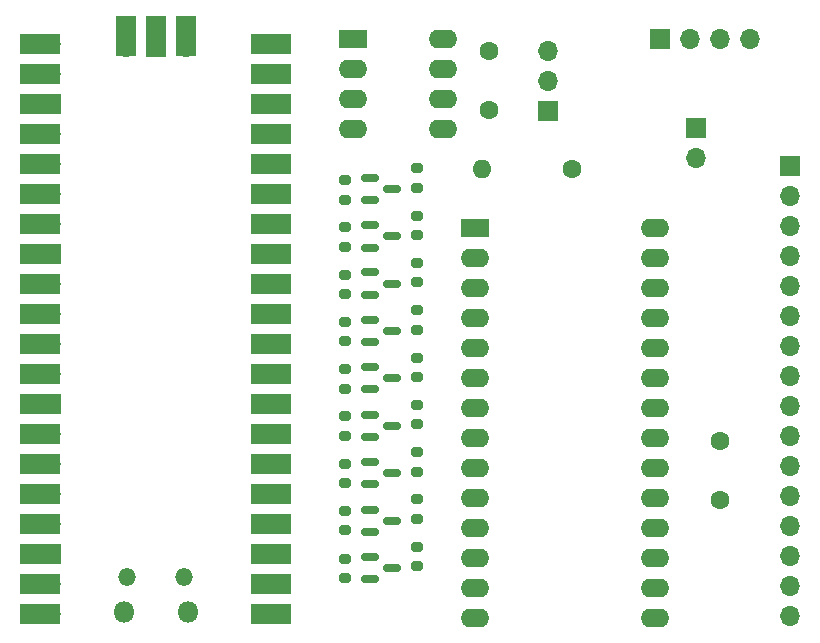
<source format=gbr>
%TF.GenerationSoftware,KiCad,Pcbnew,8.0.5*%
%TF.CreationDate,2024-11-17T15:10:29-05:00*%
%TF.ProjectId,kb-usb-to-coco,6b622d75-7362-42d7-946f-2d636f636f2e,rev?*%
%TF.SameCoordinates,Original*%
%TF.FileFunction,Soldermask,Top*%
%TF.FilePolarity,Negative*%
%FSLAX46Y46*%
G04 Gerber Fmt 4.6, Leading zero omitted, Abs format (unit mm)*
G04 Created by KiCad (PCBNEW 8.0.5) date 2024-11-17 15:10:29*
%MOMM*%
%LPD*%
G01*
G04 APERTURE LIST*
G04 Aperture macros list*
%AMRoundRect*
0 Rectangle with rounded corners*
0 $1 Rounding radius*
0 $2 $3 $4 $5 $6 $7 $8 $9 X,Y pos of 4 corners*
0 Add a 4 corners polygon primitive as box body*
4,1,4,$2,$3,$4,$5,$6,$7,$8,$9,$2,$3,0*
0 Add four circle primitives for the rounded corners*
1,1,$1+$1,$2,$3*
1,1,$1+$1,$4,$5*
1,1,$1+$1,$6,$7*
1,1,$1+$1,$8,$9*
0 Add four rect primitives between the rounded corners*
20,1,$1+$1,$2,$3,$4,$5,0*
20,1,$1+$1,$4,$5,$6,$7,0*
20,1,$1+$1,$6,$7,$8,$9,0*
20,1,$1+$1,$8,$9,$2,$3,0*%
G04 Aperture macros list end*
%ADD10R,2.400000X1.600000*%
%ADD11O,2.400000X1.600000*%
%ADD12O,1.800000X1.800000*%
%ADD13O,1.500000X1.500000*%
%ADD14O,1.700000X1.700000*%
%ADD15R,3.500000X1.700000*%
%ADD16R,1.700000X1.700000*%
%ADD17R,1.700000X3.500000*%
%ADD18C,1.600000*%
%ADD19O,1.600000X1.600000*%
%ADD20RoundRect,0.200000X-0.275000X0.200000X-0.275000X-0.200000X0.275000X-0.200000X0.275000X0.200000X0*%
%ADD21RoundRect,0.150000X-0.587500X-0.150000X0.587500X-0.150000X0.587500X0.150000X-0.587500X0.150000X0*%
G04 APERTURE END LIST*
D10*
%TO.C,U2*%
X137500000Y-66420000D03*
D11*
X137500000Y-68960000D03*
X137500000Y-71500000D03*
X137500000Y-74040000D03*
X145120000Y-74040000D03*
X145120000Y-71500000D03*
X145120000Y-68960000D03*
X145120000Y-66420000D03*
%TD*%
D12*
%TO.C,U1*%
X118050000Y-115000000D03*
X123500000Y-115000000D03*
D13*
X123200000Y-111970000D03*
X118350000Y-111970000D03*
D14*
X129665000Y-115130000D03*
D15*
X130565000Y-115130000D03*
D14*
X129665000Y-112590000D03*
D15*
X130565000Y-112590000D03*
X130565000Y-110050000D03*
D16*
X129665000Y-110050000D03*
D14*
X129665000Y-107510000D03*
D15*
X130565000Y-107510000D03*
D14*
X129665000Y-104970000D03*
D15*
X130565000Y-104970000D03*
D14*
X129665000Y-102430000D03*
D15*
X130565000Y-102430000D03*
X130565000Y-99890000D03*
D14*
X129665000Y-99890000D03*
D16*
X129665000Y-97350000D03*
D15*
X130565000Y-97350000D03*
X130565000Y-94810000D03*
D14*
X129665000Y-94810000D03*
X129665000Y-92270000D03*
D15*
X130565000Y-92270000D03*
X130565000Y-89730000D03*
D14*
X129665000Y-89730000D03*
X129665000Y-87190000D03*
D15*
X130565000Y-87190000D03*
D16*
X129665000Y-84650000D03*
D15*
X130565000Y-84650000D03*
X130565000Y-82110000D03*
D14*
X129665000Y-82110000D03*
X129665000Y-79570000D03*
D15*
X130565000Y-79570000D03*
X130565000Y-77030000D03*
D14*
X129665000Y-77030000D03*
D15*
X130565000Y-74490000D03*
D14*
X129665000Y-74490000D03*
D15*
X130565000Y-71950000D03*
D16*
X129665000Y-71950000D03*
D14*
X129665000Y-69410000D03*
D15*
X130565000Y-69410000D03*
X130565000Y-66870000D03*
D14*
X129665000Y-66870000D03*
D15*
X110985000Y-66870000D03*
D14*
X111885000Y-66870000D03*
D15*
X110985000Y-69410000D03*
D14*
X111885000Y-69410000D03*
D15*
X110985000Y-71950000D03*
D16*
X111885000Y-71950000D03*
D14*
X111885000Y-74490000D03*
D15*
X110985000Y-74490000D03*
X110985000Y-77030000D03*
D14*
X111885000Y-77030000D03*
D15*
X110985000Y-79570000D03*
D14*
X111885000Y-79570000D03*
X111885000Y-82110000D03*
D15*
X110985000Y-82110000D03*
D16*
X111885000Y-84650000D03*
D15*
X110985000Y-84650000D03*
D14*
X111885000Y-87190000D03*
D15*
X110985000Y-87190000D03*
X110985000Y-89730000D03*
D14*
X111885000Y-89730000D03*
X111885000Y-92270000D03*
D15*
X110985000Y-92270000D03*
D14*
X111885000Y-94810000D03*
D15*
X110985000Y-94810000D03*
X110985000Y-97350000D03*
D16*
X111885000Y-97350000D03*
D15*
X110985000Y-99890000D03*
D14*
X111885000Y-99890000D03*
D15*
X110985000Y-102430000D03*
D14*
X111885000Y-102430000D03*
X111885000Y-104970000D03*
D15*
X110985000Y-104970000D03*
X110985000Y-107510000D03*
D14*
X111885000Y-107510000D03*
D15*
X110985000Y-110050000D03*
D16*
X111885000Y-110050000D03*
D15*
X110985000Y-112590000D03*
D14*
X111885000Y-112590000D03*
X111885000Y-115130000D03*
D15*
X110985000Y-115130000D03*
D17*
X123315000Y-66200000D03*
D14*
X123315000Y-67100000D03*
D16*
X120775000Y-67100000D03*
D17*
X120775000Y-66200000D03*
D14*
X118235000Y-67100000D03*
D17*
X118235000Y-66200000D03*
%TD*%
D18*
%TO.C,R19*%
X156000000Y-77500000D03*
D19*
X148380000Y-77500000D03*
%TD*%
D20*
%TO.C,R18*%
X142900000Y-77400000D03*
X142900000Y-79050000D03*
%TD*%
%TO.C,R17*%
X142900000Y-81406250D03*
X142900000Y-83056250D03*
%TD*%
%TO.C,R16*%
X142900000Y-85412500D03*
X142900000Y-87062500D03*
%TD*%
%TO.C,R15*%
X136775000Y-78400000D03*
X136775000Y-80050000D03*
%TD*%
%TO.C,R14*%
X136775000Y-82400000D03*
X136775000Y-84050000D03*
%TD*%
%TO.C,R13*%
X136775000Y-86400000D03*
X136775000Y-88050000D03*
%TD*%
%TO.C,R12*%
X142900000Y-89418750D03*
X142900000Y-91068750D03*
%TD*%
%TO.C,R11*%
X136775000Y-90400000D03*
X136775000Y-92050000D03*
%TD*%
%TO.C,R10*%
X142900000Y-93425000D03*
X142900000Y-95075000D03*
%TD*%
%TO.C,R9*%
X136775000Y-94400000D03*
X136775000Y-96050000D03*
%TD*%
%TO.C,R8*%
X142900000Y-97431250D03*
X142900000Y-99081250D03*
%TD*%
%TO.C,R7*%
X136775000Y-98400000D03*
X136775000Y-100050000D03*
%TD*%
%TO.C,R6*%
X142900000Y-101437500D03*
X142900000Y-103087500D03*
%TD*%
%TO.C,R5*%
X136775000Y-102400000D03*
X136775000Y-104050000D03*
%TD*%
%TO.C,R4*%
X142900000Y-105443750D03*
X142900000Y-107093750D03*
%TD*%
%TO.C,R3*%
X136775000Y-106400000D03*
X136775000Y-108050000D03*
%TD*%
%TO.C,R2*%
X142900000Y-109450000D03*
X142900000Y-111100000D03*
%TD*%
%TO.C,R1*%
X136775000Y-110450000D03*
X136775000Y-112100000D03*
%TD*%
D21*
%TO.C,Q2*%
X138900000Y-106325000D03*
X138900000Y-108225000D03*
X140775000Y-107275000D03*
%TD*%
%TO.C,Q1*%
X138900000Y-110275000D03*
X138900000Y-112175000D03*
X140775000Y-111225000D03*
%TD*%
D16*
%TO.C,J4*%
X166500000Y-73960000D03*
D14*
X166500000Y-76500000D03*
%TD*%
D16*
%TO.C,J3*%
X174500000Y-77180000D03*
D14*
X174500000Y-79720000D03*
X174500000Y-82260000D03*
X174500000Y-84800000D03*
X174500000Y-87340000D03*
X174500000Y-89880000D03*
X174500000Y-92420000D03*
X174500000Y-94960000D03*
X174500000Y-97500000D03*
X174500000Y-100040000D03*
X174500000Y-102580000D03*
X174500000Y-105120000D03*
X174500000Y-107660000D03*
X174500000Y-110200000D03*
X174500000Y-112740000D03*
X174500000Y-115280000D03*
%TD*%
D16*
%TO.C,J2*%
X154000000Y-72525000D03*
D14*
X154000000Y-69985000D03*
X154000000Y-67445000D03*
%TD*%
D16*
%TO.C,J1*%
X163420000Y-66500000D03*
D14*
X165960000Y-66500000D03*
X168500000Y-66500000D03*
X171040000Y-66500000D03*
%TD*%
D18*
%TO.C,C2*%
X149000000Y-67500000D03*
X149000000Y-72500000D03*
%TD*%
%TO.C,C1*%
X168500000Y-100500000D03*
X168500000Y-105500000D03*
%TD*%
D21*
%TO.C,Q5*%
X138900000Y-94225000D03*
X138900000Y-96125000D03*
X140775000Y-95175000D03*
%TD*%
%TO.C,Q3*%
X138900000Y-102275000D03*
X138900000Y-104175000D03*
X140775000Y-103225000D03*
%TD*%
%TO.C,Q4*%
X138900000Y-98275000D03*
X138900000Y-100175000D03*
X140775000Y-99225000D03*
%TD*%
%TO.C,Q6*%
X138900000Y-90225000D03*
X138900000Y-92125000D03*
X140775000Y-91175000D03*
%TD*%
%TO.C,Q7*%
X138900000Y-86225000D03*
X138900000Y-88125000D03*
X140775000Y-87175000D03*
%TD*%
%TO.C,Q8*%
X138900000Y-82225000D03*
X138900000Y-84125000D03*
X140775000Y-83175000D03*
%TD*%
%TO.C,Q9*%
X138900000Y-78225000D03*
X138900000Y-80125000D03*
X140775000Y-79175000D03*
%TD*%
D10*
%TO.C,U3*%
X147760000Y-82480000D03*
D11*
X147760000Y-85020000D03*
X147760000Y-87560000D03*
X147760000Y-90100000D03*
X147760000Y-92640000D03*
X147760000Y-95180000D03*
X147760000Y-97720000D03*
X147760000Y-100260000D03*
X147760000Y-102800000D03*
X147760000Y-105340000D03*
X147760000Y-107880000D03*
X147760000Y-110420000D03*
X147760000Y-112960000D03*
X147760000Y-115500000D03*
X163000000Y-115500000D03*
X163000000Y-112960000D03*
X163000000Y-110420000D03*
X163000000Y-107880000D03*
X163000000Y-105340000D03*
X163000000Y-102800000D03*
X163000000Y-100260000D03*
X163000000Y-97720000D03*
X163000000Y-95180000D03*
X163000000Y-92640000D03*
X163000000Y-90100000D03*
X163000000Y-87560000D03*
X163000000Y-85020000D03*
X163000000Y-82480000D03*
%TD*%
M02*

</source>
